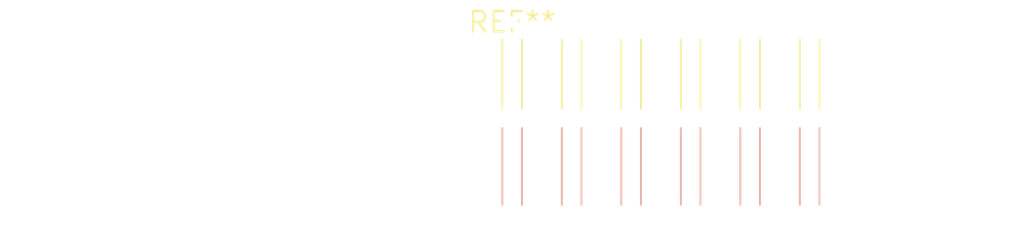
<source format=kicad_pcb>
(kicad_pcb (version 20240108) (generator pcbnew)
  (layers (0 "F.Cu" signal) (31 "B.Cu" signal) (34 "B.Paste" user) (35 "F.Paste" user) (36 "B.SilkS" user "B.Silkscreen") (37 "F.SilkS" user "F.Silkscreen") (38 "B.Mask" user) (39 "F.Mask" user) (44 "Edge.Cuts" user))
  (net 0 "")
  (footprint "SolderWire-0.127sqmm_1x06_P3.7mm_D0.48mm_OD1mm_Relief2x" (layer "F.Cu") (at 0 0)
    (property "Reference" "REF**")
    (property "Value" "SolderWire-0.127sqmm_1x06_P3.7mm_D0.48mm_OD1mm_Relief2x")
    (fp_line (start -0.61 6.61) (end -0.61 11.39) (layer "B.SilkS") (stroke (width 0.12)))
    (fp_line (start 0.61 6.61) (end 0.61 11.39) (layer "B.SilkS") (stroke (width 0.12)))
    (fp_line (start 3.09 6.61) (end 3.09 11.39) (layer "B.SilkS") (stroke (width 0.12)))
    (fp_line (start 4.31 6.61) (end 4.31 11.39) (layer "B.SilkS") (stroke (width 0.12)))
    (fp_line (start 6.79 6.61) (end 6.79 11.39) (layer "B.SilkS") (stroke (width 0.12)))
    (fp_line (start 8.01 6.61) (end 8.01 11.39) (layer "B.SilkS") (stroke (width 0.12)))
    (fp_line (start 10.49 6.61) (end 10.49 11.39) (layer "B.SilkS") (stroke (width 0.12)))
    (fp_line (start 11.71 6.61) (end 11.71 11.39) (layer "B.SilkS") (stroke (width 0.12)))
    (fp_line (start 14.19 6.61) (end 14.19 11.39) (layer "B.SilkS") (stroke (width 0.12)))
    (fp_line (start 15.41 6.61) (end 15.41 11.39) (layer "B.SilkS") (stroke (width 0.12)))
    (fp_line (start 17.89 6.61) (end 17.89 11.39) (layer "B.SilkS") (stroke (width 0.12)))
    (fp_line (start 19.11 6.61) (end 19.11 11.39) (layer "B.SilkS") (stroke (width 0.12)))
    (fp_line (start -0.61 1.11) (end -0.61 5.39) (layer "F.SilkS") (stroke (width 0.12)))
    (fp_line (start 0.61 1.11) (end 0.61 5.39) (layer "F.SilkS") (stroke (width 0.12)))
    (fp_line (start 3.09 1.11) (end 3.09 5.39) (layer "F.SilkS") (stroke (width 0.12)))
    (fp_line (start 4.31 1.11) (end 4.31 5.39) (layer "F.SilkS") (stroke (width 0.12)))
    (fp_line (start 6.79 1.11) (end 6.79 5.39) (layer "F.SilkS") (stroke (width 0.12)))
    (fp_line (start 8.01 1.11) (end 8.01 5.39) (layer "F.SilkS") (stroke (width 0.12)))
    (fp_line (start 10.49 1.11) (end 10.49 5.39) (layer "F.SilkS") (stroke (width 0.12)))
    (fp_line (start 11.71 1.11) (end 11.71 5.39) (layer "F.SilkS") (stroke (width 0.12)))
    (fp_line (start 14.19 1.11) (end 14.19 5.39) (layer "F.SilkS") (stroke (width 0.12)))
    (fp_line (start 15.41 1.11) (end 15.41 5.39) (layer "F.SilkS") (stroke (width 0.12)))
    (fp_line (start 17.89 1.11) (end 17.89 5.39) (layer "F.SilkS") (stroke (width 0.12)))
    (fp_line (start 19.11 1.11) (end 19.11 5.39) (layer "F.SilkS") (stroke (width 0.12)))
    (pad "" np_thru_hole circle (at 0 6) (size 1.5 1.5) (drill 1.5) (layers *.Cu *.Mask))
    (pad "" np_thru_hole circle (at 0 12) (size 1.5 1.5) (drill 1.5) (layers *.Cu *.Mask))
    (pad "" np_thru_hole circle (at 3.7 6) (size 1.5 1.5) (drill 1.5) (layers *.Cu *.Mask))
    (pad "" np_thru_hole circle (at 3.7 12) (size 1.5 1.5) (drill 1.5) (layers *.Cu *.Mask))
    (pad "" np_thru_hole circle (at 7.4 6) (size 1.5 1.5) (drill 1.5) (layers *.Cu *.Mask))
    (pad "" np_thru_hole circle (at 7.4 12) (size 1.5 1.5) (drill 1.5) (layers *.Cu *.Mask))
    (pad "" np_thru_hole circle (at 11.1 6) (size 1.5 1.5) (drill 1.5) (layers *.Cu *.Mask))
    (pad "" np_thru_hole circle (at 11.1 12) (size 1.5 1.5) (drill 1.5) (layers *.Cu *.Mask))
    (pad "" np_thru_hole circle (at 14.8 6) (size 1.5 1.5) (drill 1.5) (layers *.Cu *.Mask))
    (pad "" np_thru_hole circle (at 14.8 12) (size 1.5 1.5) (drill 1.5) (layers *.Cu *.Mask))
    (pad "" np_thru_hole circle (at 18.5 6) (size 1.5 1.5) (drill 1.5) (layers *.Cu *.Mask))
    (pad "" np_thru_hole circle (at 18.5 12) (size 1.5 1.5) (drill 1.5) (layers *.Cu *.Mask))
    (pad "1" thru_hole roundrect (at 0 0) (size 1.7 1.7) (drill 0.7) (layers *.Cu *.Mask) (remove_unused_layers) (roundrect_rratio 0.147059))
    (pad "2" thru_hole circle (at 3.7 0) (size 1.7 1.7) (drill 0.7) (layers *.Cu *.Mask) (remove_unused_layers))
    (pad "3" thru_hole circle (at 7.4 0) (size 1.7 1.7) (drill 0.7) (layers *.Cu *.Mask) (remove_unused_layers))
    (pad "4" thru_hole circle (at 11.1 0) (size 1.7 1.7) (drill 0.7) (layers *.Cu *.Mask) (remove_unused_layers))
    (pad "5" thru_hole circle (at 14.8 0) (size 1.7 1.7) (drill 0.7) (layers *.Cu *.Mask) (remove_unused_layers))
    (pad "6" thru_hole circle (at 18.5 0) (size 1.7 1.7) (drill 0.7) (layers *.Cu *.Mask) (remove_unused_layers))
  )
)
</source>
